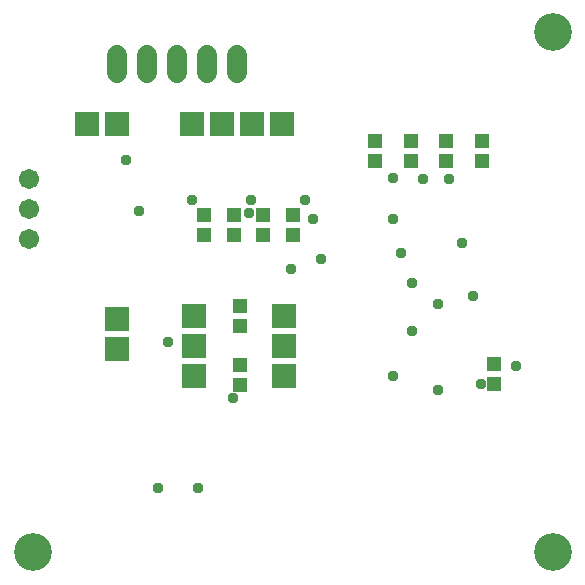
<source format=gbr>
G04 EAGLE Gerber RS-274X export*
G75*
%MOMM*%
%FSLAX34Y34*%
%LPD*%
%INSoldermask Bottom*%
%IPPOS*%
%AMOC8*
5,1,8,0,0,1.08239X$1,22.5*%
G01*
%ADD10C,3.203200*%
%ADD11C,1.711200*%
%ADD12R,1.303200X1.203200*%
%ADD13R,1.203200X1.303200*%
%ADD14R,2.003200X2.003200*%
%ADD15C,1.727200*%
%ADD16C,0.959600*%


D10*
X470000Y420000D03*
X30000Y-20000D03*
X470000Y-20000D03*
D11*
X26670Y270510D03*
X26670Y295510D03*
X26670Y245510D03*
D12*
X225000Y265800D03*
X225000Y248800D03*
X250000Y248800D03*
X250000Y265800D03*
X200000Y248800D03*
X200000Y265800D03*
D13*
X420370Y139310D03*
X420370Y122310D03*
D12*
X175000Y248800D03*
X175000Y265800D03*
D14*
X166840Y180190D03*
X166840Y154790D03*
X166840Y129490D03*
X243040Y180190D03*
X243040Y154790D03*
X243040Y129490D03*
D12*
X205000Y138500D03*
X205000Y121500D03*
X205000Y171500D03*
X205000Y188500D03*
D15*
X203200Y386080D02*
X203200Y401320D01*
X177800Y401320D02*
X177800Y386080D01*
X152400Y386080D02*
X152400Y401320D01*
X127000Y401320D02*
X127000Y386080D01*
X101600Y386080D02*
X101600Y401320D01*
D12*
X410000Y311500D03*
X410000Y328500D03*
X320000Y311500D03*
X320000Y328500D03*
X350000Y311500D03*
X350000Y328500D03*
X380000Y311500D03*
X380000Y328500D03*
D14*
X241300Y342900D03*
X215900Y342900D03*
X165100Y342900D03*
X190500Y342900D03*
X101600Y177800D03*
X101600Y152400D03*
X101600Y342900D03*
X76200Y342900D03*
D16*
X373230Y117624D03*
X199056Y110838D03*
X334776Y128934D03*
X393588Y242034D03*
X334776Y262392D03*
X382270Y295910D03*
X335280Y297180D03*
X266916Y262392D03*
X341562Y232986D03*
X409422Y122148D03*
X248820Y219414D03*
X438828Y137982D03*
X350610Y167388D03*
X373230Y190008D03*
X402636Y196794D03*
X273702Y228462D03*
X350610Y208104D03*
X144768Y158340D03*
X214890Y278226D03*
X260130Y278226D03*
X212628Y266916D03*
X165126Y278226D03*
X169650Y33930D03*
X135720Y33930D03*
X108576Y312156D03*
X119886Y269178D03*
X360680Y295910D03*
M02*

</source>
